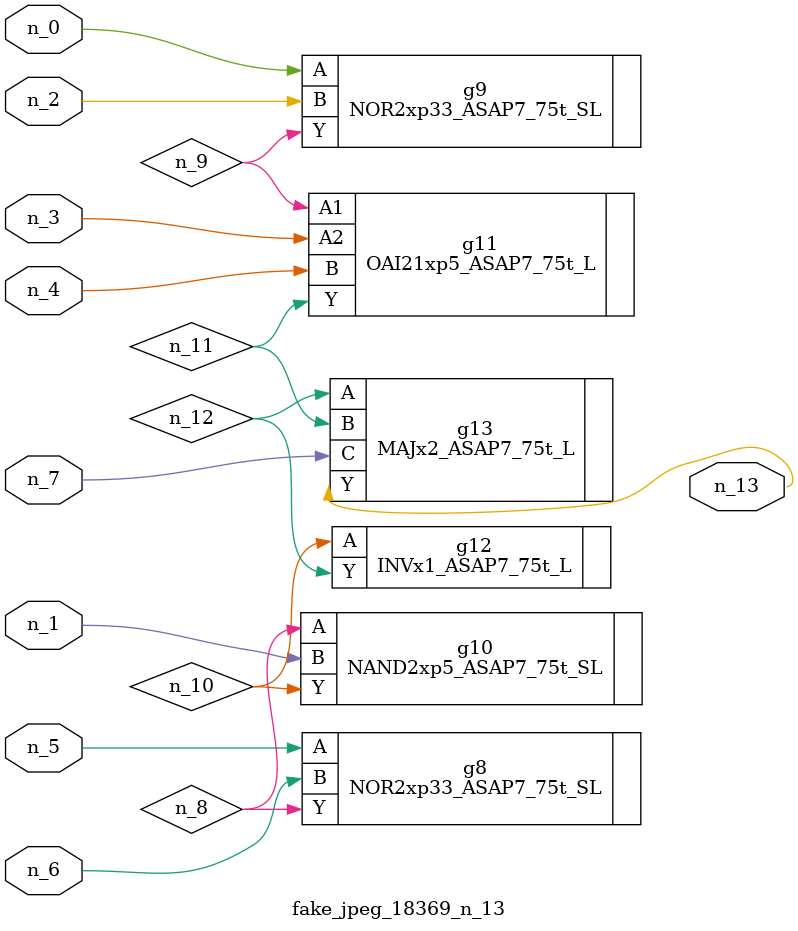
<source format=v>
module fake_jpeg_18369_n_13 (n_3, n_2, n_1, n_0, n_4, n_6, n_5, n_7, n_13);

input n_3;
input n_2;
input n_1;
input n_0;
input n_4;
input n_6;
input n_5;
input n_7;

output n_13;

wire n_11;
wire n_10;
wire n_12;
wire n_8;
wire n_9;

NOR2xp33_ASAP7_75t_SL g8 ( 
.A(n_5),
.B(n_6),
.Y(n_8)
);

NOR2xp33_ASAP7_75t_SL g9 ( 
.A(n_0),
.B(n_2),
.Y(n_9)
);

NAND2xp5_ASAP7_75t_SL g10 ( 
.A(n_8),
.B(n_1),
.Y(n_10)
);

INVx1_ASAP7_75t_L g12 ( 
.A(n_10),
.Y(n_12)
);

OAI21xp5_ASAP7_75t_L g11 ( 
.A1(n_9),
.A2(n_3),
.B(n_4),
.Y(n_11)
);

MAJx2_ASAP7_75t_L g13 ( 
.A(n_12),
.B(n_11),
.C(n_7),
.Y(n_13)
);


endmodule
</source>
